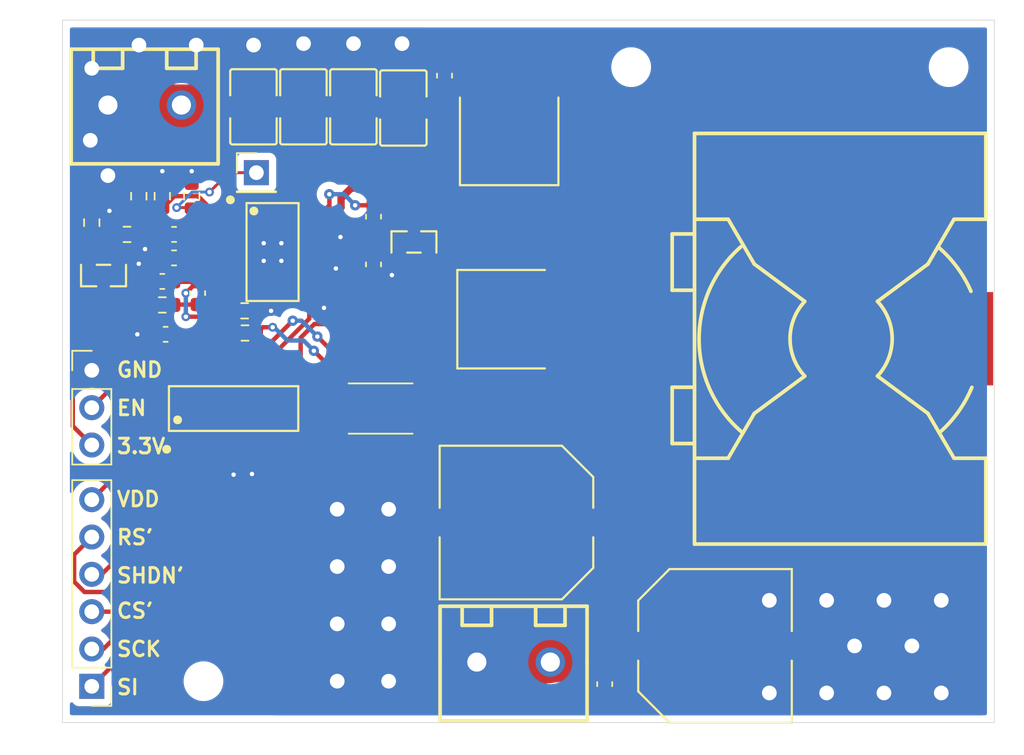
<source format=kicad_pcb>
(kicad_pcb (version 20240108) (generator "pcbnew") (generator_version "8.0")
  (layers (0 "F.Cu" signal) (31 "B.Cu" signal) (34 "B.Paste" user) (35 "F.Paste" user) (36 "B.SilkS" user "B.Silkscreen") (37 "F.SilkS" user "F.Silkscreen") (38 "B.Mask" user) (39 "F.Mask" user) (44 "Edge.Cuts" user))
  (net 0 "")
  (net 1 "Net-(J3-Pin_1)")
  (net 2 "GND")
  (net 3 "Net-(Q1-S)")
  (net 4 "Net-(Q1-G)")
  (net 5 "Net-(Q2-G)")
  (net 9 "Net-(J1-Pin_2)")
  (net 10 "Net-(J1-Pin_1)")
  (net 11 "Net-(J1-Pin_6)")
  (net 12 "Net-(J1-Pin_5)")
  (net 13 "Net-(J1-Pin_3)")
  (net 14 "Net-(J1-Pin_4)")
  (net 15 "Net-(U1-RAMP)")
  (net 16 "16V_OUT")
  (net 17 "/CS2")
  (net 18 "/CS1")
  (net 19 "24V_IN")
  (net 20 "Net-(D1-A)")
  (net 21 "Net-(D1-C)")
  (net 22 "Net-(U1-SS)")
  (net 23 "Net-(C11-Pad1)")
  (net 24 "Net-(U1-COMP)")
  (net 25 "Net-(U1-FB)")
  (net 27 "Net-(J2-Pin_2)")
  (net 28 "+3.3V")
  (net 29 "Net-(Q3-S)")
  (net 30 "Net-(U1-UVLO)")
  (net 31 "/EN")
  (net 33 "/CSG1")
  (footprint "easyeda2kicad:HTSSOP-20_L6.5-W4.4-P0.65-LS6.4-BL-EP" (layer "F.Cu") (at 128.99 83.98 -90)
    (property "Reference" "U1" (hide yes))
    (property "Value" "LM5116MHX")
    (pad "1" smd oval (at -2.93 2.87 270) (size 0.34 1.75) (layers "F.Cu" "F.Paste" "F.Mask") (net 19 "24V_IN"))
    (pad "2" smd oval (at -2.28 2.87 270) (size 0.34 1.75) (layers "F.Cu" "F.Paste" "F.Mask") (net 30 "Net-(U1-UVLO)"))
    (pad "3" smd oval (at -1.63 2.87 270) (size 0.34 1.75) (layers "F.Cu" "F.Paste" "F.Mask") (net 1 "Net-(J3-Pin_1)"))
    (pad "4" smd oval (at -0.98 2.87 270) (size 0.34 1.75) (layers "F.Cu" "F.Paste" "F.Mask") (net 31 "/EN"))
    (pad "5" smd oval (at -0.32 2.87 270) (size 0.34 1.75) (layers "F.Cu" "F.Paste" "F.Mask") (net 15 "Net-(U1-RAMP)"))
    (pad "6" smd oval (at 0.33 2.87 270) (size 0.34 1.75) (layers "F.Cu" "F.Paste" "F.Mask") (net 2 "GND"))
    (pad "7" smd oval (at 0.98 2.87 270) (size 0.34 1.75) (layers "F.Cu" "F.Paste" "F.Mask") (net 22 "Net-(U1-SS)"))
    (pad "8" smd oval (at 1.63 2.87 270) (size 0.34 1.75) (layers "F.Cu" "F.Paste" "F.Mask") (net 25 "Net-(U1-FB)"))
    (pad "9" smd oval (at 2.28 2.87 270) (size 0.34 1.75) (layers "F.Cu" "F.Paste" "F.Mask") (net 24 "Net-(U1-COMP)"))
    (pad "10" smd oval (at 2.93 2.87 270) (size 0.34 1.75) (layers "F.Cu" "F.Paste" "F.Mask") (net 16 "16V_OUT"))
    (pad "11" smd oval (at 2.93 -2.87 270) (size 0.34 1.75) (layers "F.Cu" "F.Paste" "F.Mask") (net 2 "GND"))
    (pad "12" smd oval (at 2.28 -2.87 270) (size 0.34 1.75) (layers "F.Cu" "F.Paste" "F.Mask") (net 18 "/CS1"))
    (pad "13" smd oval (at 1.63 -2.87 270) (size 0.34 1.75) (layers "F.Cu" "F.Paste" "F.Mask") (net 33 "/CSG1"))
    (pad "14" smd oval (at 0.98 -2.87 270) (size 0.34 1.75) (layers "F.Cu" "F.Paste" "F.Mask") (net 2 "GND"))
    (pad "15" smd oval (at 0.33 -2.87 270) (size 0.34 1.75) (layers "F.Cu" "F.Paste" "F.Mask") (net 5 "Net-(Q2-G)"))
    (pad "16" smd oval (at -0.32 -2.87 270) (size 0.34 1.75) (layers "F.Cu" "F.Paste" "F.Mask") (net 20 "Net-(D1-A)"))
    (pad "17" smd oval (at -0.98 -2.87 270) (size 0.34 1.75) (layers "F.Cu" "F.Paste" "F.Mask") (net 2 "GND"))
    (pad "18" smd oval (at -1.63 -2.87 270) (size 0.34 1.75) (layers "F.Cu" "F.Paste" "F.Mask") (net 21 "Net-(D1-C)"))
    (pad "19" smd oval (at -2.28 -2.87 270) (size 0.34 1.75) (layers "F.Cu" "F.Paste" "F.Mask") (net 4 "Net-(Q1-G)"))
    (pad "20" smd oval (at -2.93 -2.87 270) (size 0.34 1.75) (layers "F.Cu" "F.Paste" "F.Mask") (net 3 "Net-(Q1-S)"))
    (pad "21" smd rect (at 0 0 270) (size 4.2 3) (layers "F.Cu" "F.Paste" "F.Mask") (net 2 "GND"))
    (pad "GND" thru_hole circle (at -0.6 -0.6 270) (size 0.61 0.61) (drill 0.3) (layers "*.Cu" "*.Paste" "*.Mask") (net 2 "GND"))
    (pad "GND" thru_hole circle (at -0.6 0.6 270) (size 0.61 0.61) (drill 0.3) (layers "*.Cu" "*.Paste" "*.Mask") (net 2 "GND"))
    (pad "GND" thru_hole circle (at 0.6 -0.6 270) (size 0.61 0.61) (drill 0.3) (layers "*.Cu" "*.Paste" "*.Mask") (net 2 "GND"))
    (pad "GND" thru_hole circle (at 0.6 0.6 270) (size 0.61 0.61) (drill 0.3) (layers "*.Cu" "*.Paste" "*.Mask") (net 2 "GND"))
  )
  (footprint "easyeda2kicad:CONN-TH_WJ126V-5.0-2P" (layer "F.Cu") (at 145.39 111.88 -90)
    (property "Reference" "P2" (hide yes))
    (property "Value" "WJ126V-5.0-2P")
    (pad "1" thru_hole circle (at 0 -2.5 180) (size 2 2) (drill 1.300023) (layers "*.Cu" "*.Mask") (net 16 "16V_OUT"))
    (pad "2" thru_hole circle (at 0 2.5 180) (size 2 2) (drill 1.300023) (layers "*.Cu" "*.Mask") (net 2 "GND"))
  )
  (footprint "Connector_PinHeader_2.54mm:PinHeader_1x03_P2.54mm_Vertical" (layer "F.Cu") (at 116.69 92.03)
    (property "Reference" "J2" (hide yes))
    (property "Value" "Conn_01x03_Pin")
    (pad "1" thru_hole rect (at 0 0) (size 1.7 1.7) (drill 1) (layers "*.Cu" "*.Mask") (net 2 "GND"))
    (pad "2" thru_hole oval (at 0 2.54) (size 1.7 1.7) (drill 1) (layers "*.Cu" "*.Mask") (net 27 "Net-(J2-Pin_2)"))
    (pad "3" thru_hole oval (at 0 5.08) (size 1.7 1.7) (drill 1) (layers "*.Cu" "*.Mask") (net 28 "+3.3V"))
  )
  (footprint "Resistor_SMD:R_0603_1608Metric" (layer "F.Cu") (at 127.115 89.49 180)
    (property "Reference" "R6" (hide yes))
    (property "Value" "14.7k")
    (pad "1" smd roundrect (at -0.825 0 180) (size 0.8 0.95) (layers "F.Cu" "F.Paste" "F.Mask") (net 16 "16V_OUT"))
    (pad "2" smd roundrect (at 0.825 0 180) (size 0.8 0.95) (layers "F.Cu" "F.Paste" "F.Mask") (net 25 "Net-(U1-FB)"))
  )
  (footprint "easyeda2kicad:TO-252-2_L6.6-W6.1-P4.57-LS9.9-BR-CW" (layer "F.Cu") (at 142.94 88.55 180)
    (property "Reference" "Q2" (hide yes))
    (property "Value" "IRFR1205TRPBF-ES")
    (pad "1" smd rect (at 3.42 2.29 180) (size 3 1.6) (layers "F.Cu" "F.Paste" "F.Mask") (net 5 "Net-(Q2-G)"))
    (pad "2" smd rect (at -3.42 0 180) (size 6.2 5.8) (layers "F.Cu" "F.Paste" "F.Mask") (net 3 "Net-(Q1-S)"))
    (pad "3" smd rect (at 3.42 -2.29 180) (size 3 1.6) (layers "F.Cu" "F.Paste" "F.Mask") (net 17 "/CS2"))
  )
  (footprint "easyeda2kicad:SOIC-14_L8.7-W3.9-P1.27-LS6.0-BL" (layer "F.Cu") (at 126.34 94.63)
    (property "Reference" "U2" (hide yes))
    (property "Value" "MCP42010-I/SL")
    (pad "1" smd oval (at -3.81 2.77) (size 0.57 2.04) (layers "F.Cu" "F.Paste" "F.Mask") (net 13 "Net-(J1-Pin_3)"))
    (pad "2" smd oval (at -2.54 2.77) (size 0.57 2.04) (layers "F.Cu" "F.Paste" "F.Mask") (net 9 "Net-(J1-Pin_2)"))
    (pad "3" smd oval (at -1.27 2.77) (size 0.57 2.04) (layers "F.Cu" "F.Paste" "F.Mask") (net 10 "Net-(J1-Pin_1)"))
    (pad "4" smd oval (at 0 2.77) (size 0.57 2.04) (layers "F.Cu" "F.Paste" "F.Mask") (net 2 "GND"))
    (pad "5" smd oval (at 1.27 2.77) (size 0.57 2.04) (layers "F.Cu" "F.Paste" "F.Mask") (net 2 "GND"))
    (pad "6" smd oval (at 2.54 2.77) (size 0.57 2.04) (layers "F.Cu" "F.Paste" "F.Mask") (net 33 "/CSG1"))
    (pad "7" smd oval (at 3.81 2.77) (size 0.57 2.04) (layers "F.Cu" "F.Paste" "F.Mask"))
    (pad "8" smd oval (at 3.81 -2.77) (size 0.57 2.04) (layers "F.Cu" "F.Paste" "F.Mask"))
    (pad "9" smd oval (at 2.54 -2.77) (size 0.57 2.04) (layers "F.Cu" "F.Paste" "F.Mask") (net 18 "/CS1"))
    (pad "10" smd oval (at 1.27 -2.77) (size 0.57 2.04) (layers "F.Cu" "F.Paste" "F.Mask") (net 17 "/CS2"))
    (pad "11" smd oval (at 0 -2.77) (size 0.57 2.04) (layers "F.Cu" "F.Paste" "F.Mask") (net 12 "Net-(J1-Pin_5)"))
    (pad "12" smd oval (at -1.27 -2.77) (size 0.57 2.04) (layers "F.Cu" "F.Paste" "F.Mask") (net 14 "Net-(J1-Pin_4)"))
    (pad "13" smd oval (at -2.54 -2.77) (size 0.57 2.04) (layers "F.Cu" "F.Paste" "F.Mask"))
    (pad "14" smd oval (at -3.81 -2.77) (size 0.57 2.04) (layers "F.Cu" "F.Paste" "F.Mask") (net 11 "Net-(J1-Pin_6)"))
  )
  (footprint "MountingHole:MountingHole_2.2mm_M2" (layer "F.Cu") (at 153.39 71.4)
    (property "Reference" "H2" (hide yes))
    (property "Value" "MountingHole")
    (pad "" np_thru_hole circle (at 0 0) (size 2.2 2.2) (drill 2.2) (layers "*.Cu" "*.Mask"))
  )
  (footprint "easyeda2kicad:IND-SMD_3P-L27.9-W19.7-P10.43-LS27.9-BL-A" (layer "F.Cu") (at 164.34 89.88 -90)
    (property "Reference" "L1" (hide yes))
    (property "Value" "FC-SE2918-220M")
    (pad "1" smd rect (at -5.22 11.04 270) (size 5.33 5.59) (layers "F.Cu" "F.Paste" "F.Mask") (net 3 "Net-(Q1-S)"))
    (pad "2" smd rect (at 5.22 11.04 270) (size 5.33 5.59) (layers "F.Cu" "F.Paste" "F.Mask") (net 16 "16V_OUT"))
    (pad "3" smd rect (at 0 -11.04 270) (size 6.35 5.28) (layers "F.Cu" "F.Paste" "F.Mask"))
  )
  (footprint "Capacitor_SMD:C_0603_1608Metric" (layer "F.Cu") (at 122.29 82.78 180)
    (property "Reference" "C1" (hide yes))
    (property "Value" "500p")
    (pad "1" smd roundrect (at -0.775 0 180) (size 0.9 0.95) (layers "F.Cu" "F.Paste" "F.Mask") (net 15 "Net-(U1-RAMP)"))
    (pad "2" smd roundrect (at 0.775 0 180) (size 0.9 0.95) (layers "F.Cu" "F.Paste" "F.Mask") (net 2 "GND"))
  )
  (footprint "Capacitor_SMD:C_0603_1608Metric" (layer "F.Cu") (at 135.86 84.825 90)
    (property "Reference" "C8" (hide yes))
    (property "Value" "1u")
    (pad "1" smd roundrect (at -0.775 0 90) (size 0.9 0.95) (layers "F.Cu" "F.Paste" "F.Mask") (net 2 "GND"))
    (pad "2" smd roundrect (at 0.775 0 90) (size 0.9 0.95) (layers "F.Cu" "F.Paste" "F.Mask") (net 20 "Net-(D1-A)"))
  )
  (footprint "MountingHole:MountingHole_2.2mm_M2" (layer "F.Cu") (at 174.99 71.4)
    (property "Reference" "H1" (hide yes))
    (property "Value" "MountingHole")
    (pad "" np_thru_hole circle (at 0 0) (size 2.2 2.2) (drill 2.2) (layers "*.Cu" "*.Mask"))
  )
  (footprint "Capacitor_SMD:C_0603_1608Metric" (layer "F.Cu") (at 121.49 85.98)
    (property "Reference" "C11" (hide yes))
    (property "Value" "1.3n")
    (pad "1" smd roundrect (at -0.775 0) (size 0.9 0.95) (layers "F.Cu" "F.Paste" "F.Mask") (net 23 "Net-(C11-Pad1)"))
    (pad "2" smd roundrect (at 0.775 0) (size 0.9 0.95) (layers "F.Cu" "F.Paste" "F.Mask") (net 25 "Net-(U1-FB)"))
  )
  (footprint "Capacitor_SMD:C_0603_1608Metric" (layer "F.Cu") (at 135.86 81.575 90)
    (property "Reference" "C9" (hide yes))
    (property "Value" "470n")
    (pad "1" smd roundrect (at -0.775 0 90) (size 0.9 0.95) (layers "F.Cu" "F.Paste" "F.Mask") (net 21 "Net-(D1-C)"))
    (pad "2" smd roundrect (at 0.775 0 90) (size 0.9 0.95) (layers "F.Cu" "F.Paste" "F.Mask") (net 3 "Net-(Q1-S)"))
  )
  (footprint "Capacitor_SMD:C_0603_1608Metric" (layer "F.Cu") (at 151.59 113.38 -90)
    (property "Reference" "C14" (hide yes))
    (property "Value" "100n")
    (pad "1" smd roundrect (at -0.775 0 270) (size 0.9 0.95) (layers "F.Cu" "F.Paste" "F.Mask") (net 16 "16V_OUT"))
    (pad "2" smd roundrect (at 0.775 0 270) (size 0.9 0.95) (layers "F.Cu" "F.Paste" "F.Mask") (net 2 "GND"))
  )
  (footprint "Resistor_SMD:R_0603_1608Metric" (layer "F.Cu") (at 116.69 81.98 -90)
    (property "Reference" "R9" (hide yes))
    (property "Value" "102k")
    (pad "1" smd roundrect (at -0.825 0 270) (size 0.8 0.95) (layers "F.Cu" "F.Paste" "F.Mask") (net 2 "GND"))
    (pad "2" smd roundrect (at 0.825 0 270) (size 0.8 0.95) (layers "F.Cu" "F.Paste" "F.Mask") (net 29 "Net-(Q3-S)"))
  )
  (footprint "Capacitor_SMD:C_0603_1608Metric" (layer "F.Cu") (at 140.69 71.98 90)
    (property "Reference" "C13" (hide yes))
    (property "Value" "100n")
    (pad "1" smd roundrect (at -0.775 0 90) (size 0.9 0.95) (layers "F.Cu" "F.Paste" "F.Mask") (net 19 "24V_IN"))
    (pad "2" smd roundrect (at 0.775 0 90) (size 0.9 0.95) (layers "F.Cu" "F.Paste" "F.Mask") (net 2 "GND"))
  )
  (footprint "Resistor_SMD:R_2512_6332Metric" (layer "F.Cu") (at 136.34 94.63 180)
    (property "Reference" "R2" (hide yes))
    (property "Value" "28m")
    (pad "1" smd roundrect (at -2.9625 0 180) (size 1.225 3.35) (layers "F.Cu" "F.Paste" "F.Mask") (roundrect_rratio 0.204082) (net 17 "/CS2"))
    (pad "2" smd roundrect (at 2.9625 0 180) (size 1.225 3.35) (layers "F.Cu" "F.Paste" "F.Mask") (roundrect_rratio 0.204082) (net 2 "GND"))
  )
  (footprint "easyeda2kicad:CAP-SMD_BD10.0-L10.3-W10.3-LS11.3-FD" (layer "F.Cu") (at 159.09 110.78)
    (property "Reference" "C2" (hide yes))
    (property "Value" "HV1H227M1010PZ")
    (pad "1" smd rect (at -4.5 0) (size 4.5 1.65) (layers "F.Cu" "F.Paste" "F.Mask") (net 16 "16V_OUT"))
    (pad "2" smd rect (at 4.5 0) (size 4.5 1.65) (layers "F.Cu" "F.Paste" "F.Mask") (net 2 "GND"))
  )
  (footprint "Resistor_SMD:R_0603_1608Metric" (layer "F.Cu") (at 121.49 87.58 180)
    (property "Reference" "R5" (hide yes))
    (property "Value" "69k")
    (pad "1" smd roundrect (at -0.825 0 180) (size 0.8 0.95) (layers "F.Cu" "F.Paste" "F.Mask") (net 24 "Net-(U1-COMP)"))
    (pad "2" smd roundrect (at 0.825 0 180) (size 0.8 0.95) (layers "F.Cu" "F.Paste" "F.Mask") (net 23 "Net-(C11-Pad1)"))
  )
  (footprint "Resistor_SMD:R_0603_1608Metric" (layer "F.Cu") (at 121.49 80.18 90)
    (property "Reference" "R4" (hide yes))
    (property "Value" "11k")
    (pad "1" smd roundrect (at -0.825 0 90) (size 0.8 0.95) (layers "F.Cu" "F.Paste" "F.Mask") (net 30 "Net-(U1-UVLO)"))
    (pad "2" smd roundrect (at 0.825 0 90) (size 0.8 0.95) (layers "F.Cu" "F.Paste" "F.Mask") (net 2 "GND"))
  )
  (footprint "Resistor_SMD:R_0603_1608Metric" (layer "F.Cu") (at 119.89 80.18 -90)
    (property "Reference" "R3" (hide yes))
    (property "Value" "102k")
    (pad "1" smd roundrect (at -0.825 0 270) (size 0.8 0.95) (layers "F.Cu" "F.Paste" "F.Mask") (net 19 "24V_IN"))
    (pad "2" smd roundrect (at 0.825 0 270) (size 0.8 0.95) (layers "F.Cu" "F.Paste" "F.Mask") (net 30 "Net-(U1-UVLO)"))
  )
  (footprint "easyeda2kicad:TO-252-2_L6.6-W6.1-P4.57-LS9.9-BR-CW" (layer "F.Cu") (at 145.09 78.05 -90)
    (property "Reference" "Q1" (hide yes))
    (property "Value" "IRFR1205TRPBF-ES")
    (pad "1" smd rect (at 3.42 2.29 270) (size 3 1.6) (layers "F.Cu" "F.Paste" "F.Mask") (net 4 "Net-(Q1-G)"))
    (pad "2" smd rect (at -3.42 0 270) (size 6.2 5.8) (layers "F.Cu" "F.Paste" "F.Mask") (net 19 "24V_IN"))
    (pad "3" smd rect (at 3.42 -2.29 270) (size 3 1.6) (layers "F.Cu" "F.Paste" "F.Mask") (net 3 "Net-(Q1-S)"))
  )
  (footprint "easyeda2kicad:CAP-SMD_BD10.0-L10.3-W10.3-LS11.3-FD" (layer "F.Cu") (at 145.59 102.38 180)
    (property "Reference" "C3" (hide yes))
    (property "Value" "HV1H227M1010PZ")
    (pad "1" smd rect (at -4.5 0 180) (size 4.5 1.65) (layers "F.Cu" "F.Paste" "F.Mask") (net 16 "16V_OUT"))
    (pad "2" smd rect (at 4.5 0 180) (size 4.5 1.65) (layers "F.Cu" "F.Paste" "F.Mask") (net 2 "GND"))
  )
  (footprint "easyeda2kicad:C1210" (layer "F.Cu") (at 137.89 74.18 90)
    (property "Reference" "C4" (hide yes))
    (property "Value" "FS32X225K101EGG")
    (pad "1" smd rect (at -1.52 0 90) (size 1.63 2.7) (layers "F.Cu" "F.Paste" "F.Mask") (net 19 "24V_IN"))
    (pad "2" smd rect (at 1.52 0 90) (size 1.63 2.7) (layers "F.Cu" "F.Paste" "F.Mask") (net 2 "GND"))
  )
  (footprint "Connector_PinHeader_2.54mm:PinHeader_1x06_P2.54mm_Vertical" (layer "F.Cu") (at 116.69 113.53 180)
    (property "Reference" "J1" (hide yes))
    (property "Value" "Conn_01x06_Pin")
    (pad "1" thru_hole rect (at 0 0 180) (size 1.7 1.7) (drill 1) (layers "*.Cu" "*.Mask") (net 10 "Net-(J1-Pin_1)"))
    (pad "2" thru_hole oval (at 0 2.54 180) (size 1.7 1.7) (drill 1) (layers "*.Cu" "*.Mask") (net 9 "Net-(J1-Pin_2)"))
    (pad "3" thru_hole oval (at 0 5.08 180) (size 1.7 1.7) (drill 1) (layers "*.Cu" "*.Mask") (net 13 "Net-(J1-Pin_3)"))
    (pad "4" thru_hole oval (at 0 7.62 180) (size 1.7 1.7) (drill 1) (layers "*.Cu" "*.Mask") (net 14 "Net-(J1-Pin_4)"))
    (pad "5" thru_hole oval (at 0 10.16 180) (size 1.7 1.7) (drill 1) (layers "*.Cu" "*.Mask") (net 12 "Net-(J1-Pin_5)"))
    (pad "6" thru_hole oval (at 0 12.7 180) (size 1.7 1.7) (drill 1) (layers "*.Cu" "*.Mask") (net 11 "Net-(J1-Pin_6)"))
  )
  (footprint "easyeda2kicad:SOT-23-3_L2.9-W1.3-P1.90-LS2.4-BL-1" (layer "F.Cu") (at 138.61 83.3)
    (property "Reference" "D1" (hide yes))
    (property "Value" "BAS20LT1G")
    (pad "1" smd rect (at -0.95 1 270) (size 1.25 0.7) (layers "F.Cu" "F.Paste" "F.Mask") (net 20 "Net-(D1-A)"))
    (pad "2" smd rect (at 0.95 1 270) (size 1.25 0.7) (layers "F.Cu" "F.Paste" "F.Mask"))
    (pad "3" smd rect (at 0 -1 270) (size 1.25 0.7) (layers "F.Cu" "F.Paste" "F.Mask") (net 21 "Net-(D1-C)"))
  )
  (footprint "easyeda2kicad:C1210" (layer "F.Cu") (at 127.69 74.1 90)
    (property "Reference" "C7" (hide yes))
    (property "Value" "FS32X225K101EGG")
    (pad "1" smd rect (at -1.52 0 90) (size 1.63 2.7) (layers "F.Cu" "F.Paste" "F.Mask") (net 19 "24V_IN"))
    (pad "2" smd rect (at 1.52 0 90) (size 1.63 2.7) (layers "F.Cu" "F.Paste" "F.Mask") (net 2 "GND"))
  )
  (footprint "Capacitor_SMD:C_0603_1608Metric" (layer "F.Cu") (at 122.29 84.38 180)
    (property "Reference" "C10" (hide yes))
    (property "Value" "33n")
    (pad "1" smd roundrect (at -0.775 0 180) (size 0.9 0.95) (layers "F.Cu" "F.Paste" "F.Mask") (net 22 "Net-(U1-SS)"))
    (pad "2" smd roundrect (at 0.775 0 180) (size 0.9 0.95) (layers "F.Cu" "F.Paste" "F.Mask") (net 2 "GND"))
  )
  (footprint "Connector_PinHeader_2.54mm:PinHeader_1x01_P2.54mm_Vertical" (layer "F.Cu") (at 127.89 78.58)
    (property "Reference" "J3" (hide yes))
    (property "Value" "Conn_01x01_Pin")
    (pad "1" thru_hole rect (at 0 0) (size 1.7 1.7) (drill 1) (layers "*.Cu" "*.Mask") (net 1 "Net-(J3-Pin_1)"))
  )
  (footprint "easyeda2kicad:CONN-TH_WJ126V-5.0-2P" (layer "F.Cu") (at 120.29 73.98 -90)
    (property "Reference" "P1" (hide yes))
    (property "Value" "WJ126V-5.0-2P")
    (pad "1" thru_hole circle (at 0 -2.5 180) (size 2 2) (drill 1.300023) (layers "*.Cu" "*.Mask") (net 19 "24V_IN"))
    (pad "2" thru_hole circle (at 0 2.5 180) (size 2 2) (drill 1.300023) (layers "*.Cu" "*.Mask") (net 2 "GND"))
  )
  (footprint "Resistor_SMD:R_0603_1608Metric" (layer "F.Cu") (at 123.49 80.18 90)
    (property "Reference" "R1" (hide yes))
    (property "Value" "18.4k")
    (pad "1" smd roundrect (at -0.825 0 90) (size 0.8 0.95) (layers "F.Cu" "F.Paste" "F.Mask") (net 1 "Net-(J3-Pin_1)"))
    (pad "2" smd roundrect (at 0.825 0 90) (size 0.8 0.95) (layers "F.Cu" "F.Paste" "F.Mask") (net 2 "GND"))
  )
  (footprint "easyeda2kicad:C1210" (layer "F.Cu") (at 134.49 74.1 90)
    (property "Reference" "C5" (hide yes))
    (property "Value" "FS32X225K101EGG")
    (pad "1" smd rect (at -1.52 0 90) (size 1.63 2.7) (layers "F.Cu" "F.Paste" "F.Mask") (net 19 "24V_IN"))
    (pad "2" smd rect (at 1.52 0 90) (size 1.63 2.7) (layers "F.Cu" "F.Paste" "F.Mask") (net 2 "GND"))
  )
  (footprint "easyeda2kicad:SOT-23-3_L2.9-W1.3-P1.90-LS2.4-BR" (layer "F.Cu") (at 117.49 85.58 90)
    (property "Reference" "Q3" (hide yes))
    (property "Value" "2N7002K_C414015")
    (pad "1" smd rect (at 1 0.95 90) (size 1.25 0.7) (layers "F.Cu" "F.Paste" "F.Mask") (net 27 "Net-(J2-Pin_2)"))
    (pad "2" smd rect (at 1 -0.95 90) (size 1.25 0.7) (layers "F.Cu" "F.Paste" "F.Mask") (net 29 "Net-(Q3-S)"))
    (pad "3" smd rect (at -1 0 90) (size 1.25 0.7) (layers "F.Cu" "F.Paste" "F.Mask") (net 28 "+3.3V"))
  )
  (footprint "Resistor_SMD:R_0603_1608Metric" (layer "F.Cu") (at 119.09 82.78 180)
    (property "Reference" "R8" (hide yes))
    (property "Value" "102k")
    (pad "1" smd roundrect (at -0.825 0 180) (size 0.8 0.95) (layers "F.Cu" "F.Paste" "F.Mask") (net 31 "/EN"))
    (pad "2" smd roundrect (at 0.825 0 180) (size 0.8 0.95) (layers "F.Cu" "F.Paste" "F.Mask") (net 29 "Net-(Q3-S)"))
  )
  (footprint "Capacitor_SMD:C_0603_1608Metric" (layer "F.Cu") (at 121.715 89.58 180)
    (property "Reference" "C15" (hide yes))
    (property "Value" "100n")
    (pad "1" smd roundrect (at -0.775 0 180) (size 0.9 0.95) (layers "F.Cu" "F.Paste" "F.Mask") (net 11 "Net-(J1-Pin_6)"))
    (pad "2" smd roundrect (at 0.775 0 180) (size 0.9 0.95) (layers "F.Cu" "F.Paste" "F.Mask") (net 2 "GND"))
  )
  (footprint "easyeda2kicad:C1210" (layer "F.Cu") (at 131.09 74.1 90)
    (property "Reference" "C6" (hide yes))
    (property "Value" "FS32X225K101EGG")
    (pad "1" smd rect (at -1.52 0 90) (size 1.63 2.7) (layers "F.Cu" "F.Paste" "F.Mask") (net 19 "24V_IN"))
    (pad "2" smd rect (at 1.52 0 90) (size 1.63 2.7) (layers "F.Cu" "F.Paste" "F.Mask") (net 2 "GND"))
  )
  (footprint "Capacitor_SMD:C_0603_1608Metric" (layer "F.Cu") (at 123.89 86.78 90)
    (property "Reference" "C12" (hide yes))
    (property "Value" "27p")
    (pad "1" smd roundrect (at -0.775 0 90) (size 0.9 0.95) (layers "F.Cu" "F.Paste" "F.Mask") (net 24 "Net-(U1-COMP)"))
    (pad "2" smd roundrect (at 0.775 0 90) (size 0.9 0.95) (layers "F.Cu" "F.Paste" "F.Mask") (net 25 "Net-(U1-FB)"))
  )
  (footprint "Resistor_SMD:R_0603_1608Metric" (layer "F.Cu") (at 127.09 87.98)
    (property "Reference" "R7" (hide yes))
    (property "Value" "1.21k")
    (pad "1" smd roundrect (at -0.825 0) (size 0.8 0.95) (layers "F.Cu" "F.Paste" "F.Mask") (net 25 "Net-(U1-FB)"))
    (pad "2" smd roundrect (at 0.825 0) (size 0.8 0.95) (layers "F.Cu" "F.Paste" "F.Mask") (net 2 "GND"))
  )
  (footprint "MountingHole:MountingHole_2.2mm_M2" (layer "F.Cu") (at 124.29 113.18)
    (property "Reference" "H3" (hide yes))
    (property "Value" "MountingHole")
    (pad "" np_thru_hole circle (at 0 0) (size 2.2 2.2) (drill 2.2) (layers "*.Cu" "*.Mask"))
  )
  (gr_rect (start 114.7 68.2) (end 178.1 116) (stroke (width 0.05)) (fill none) (layer "Edge.Cuts"))
  (gr_text "SHDN'" (at 118.29 106.58 0) (layer "F.SilkS") (effects (font (size 1 1) (thickness 0.2) (bold yes)) (justify left bottom)))
  (gr_text "SI" (at 118.29 114.18 0) (layer "F.SilkS") (effects (font (size 1 1) (thickness 0.2) (bold yes)) (justify left bottom)))
  (gr_text "EN" (at 118.29 95.18 0) (layer "F.SilkS") (effects (font (size 1 1) (thickness 0.2) (bold yes)) (justify left bottom)))
  (gr_text "3.3V" (at 118.29 97.78 0) (layer "F.SilkS") (effects (font (size 1 1) (thickness 0.2) (bold yes)) (justify left bottom)))
  (gr_text "GND" (at 118.29 92.58 0) (layer "F.SilkS") (effects (font (size 1 1) (thickness 0.2) (bold yes)) (justify left bottom)))
  (gr_text "RS'" (at 118.29 103.98 0) (layer "F.SilkS") (effects (font (size 1 1) (thickness 0.2) (bold yes)) (justify left bottom)))
  (gr_text "CS'" (at 118.29 108.98 0) (layer "F.SilkS") (effects (font (size 1 1) (thickness 0.2) (bold yes)) (justify left bottom)))
  (gr_text "SCK" (at 118.29 111.58 0) (layer "F.SilkS") (effects (font (size 1 1) (thickness 0.2) (bold yes)) (justify left bottom)))
  (gr_text "VDD" (at 118.29 101.38 0) (layer "F.SilkS") (effects (font (size 1 1) (thickness 0.2) (bold yes)) (justify left bottom)))
  (segment (start 127.89 78.58) (end 126.02 78.58) (width 0.2) (layer "F.Cu") (net 1))
  (segment (start 123.529212 81.005) (end 123.49 81.005) (width 0.3) (layer "F.Cu") (net 1))
  (segment (start 122.465 80.95712) (end 123.44212 80.95712) (width 0.2) (layer "F.Cu") (net 1))
  (segment (start 123.44212 80.95712) (end 123.49 81.005) (width 0.2) (layer "F.Cu") (net 1))
  (segment (start 126.02 78.58) (end 124.7 79.9) (width 0.2) (layer "F.Cu") (net 1))
  (segment (start 126.12 82.35) (end 124.874212 82.35) (width 0.3) (layer "F.Cu") (net 1))
  (segment (start 124.874212 82.35) (end 123.529212 81.005) (width 0.3) (layer "F.Cu") (net 1))
  (via (at 122.465 80.95712) (size 0.6) (drill 0.3) (layers "F.Cu" "B.Cu") (net 1))
  (via (at 124.7 79.9) (size 0.6) (drill 0.3) (layers "F.Cu" "B.Cu") (net 1))
  (segment (start 124.7 79.9) (end 123.52212 79.9) (width 0.2) (layer "B.Cu") (net 1))
  (segment (start 123.52212 79.9) (end 122.465 80.95712) (width 0.2) (layer "B.Cu") (net 1))
  (segment (start 116.69 81.155) (end 117.865 81.155) (width 0.3) (layer "F.Cu") (net 2))
  (segment (start 135.86 85.6) (end 137.06 85.6) (width 0.5) (layer "F.Cu") (net 2))
  (segment (start 119.89 84.78) (end 120.09 84.58) (width 0.3) (layer "F.Cu") (net 2))
  (segment (start 126.12 84.31) (end 128.12 84.31) (width 0.3) (layer "F.Cu") (net 2))
  (segment (start 126.34 97.4) (end 126.34 99.13) (width 0.3) (layer "F.Cu") (net 2))
  (segment (start 128.99 83.98) (end 129.36 84.46) (width 0.3) (layer "F.Cu") (net 2))
  (segment (start 120.315 83.78) (end 121.315 82.78) (width 0.3) (layer "F.Cu") (net 2))
  (segment (start 129.365 84.455) (end 128.99 83.98) (width 0.3) (layer "F.Cu") (net 2))
  (segment (start 121.315 82.78) (end 121.515 82.78) (width 0.3) (layer "F.Cu") (net 2))
  (segment (start 123.49 79.355) (end 123.49 78.48) (width 0.3) (layer "F.Cu") (net 2))
  (segment (start 127.61 97.4) (end 127.61 99.06) (width 0.3) (layer "F.Cu") (net 2))
  (segment (start 120.09 84.58) (end 121.465 84.58) (width 0.3) (layer "F.Cu") (net 2))
  (segment (start 137.06 85.6) (end 137.11 85.55) (width 0.5) (layer "F.Cu") (net 2))
  (segment (start 131.86 83) (end 133.57 83) (width 0.3) (layer "F.Cu") (net 2))
  (segment (start 127.915 87.98) (end 128.89 87.98) (width 0.3) (layer "F.Cu") (net 2))
  (segment (start 139.345 71.205) (end 137.89 72.66) (width 0.5) (layer "F.Cu") (net 2))
  (segment (start 127.61 97.4) (end 127.61 98.135) (width 0.3) (layer "F.Cu") (net 2))
  (segment (start 133.57 83) (end 133.61 82.96) (width 0.3) (layer "F.Cu") (net 2))
  (segment (start 121.49 79.355) (end 121.49 78.48) (width 0.3) (layer "F.Cu") (net 2))
  (segment (start 128.12 84.31) (end 128.39 84.58) (width 0.3) (layer "F.Cu") (net 2))
  (segment (start 127.61 99.06) (end 127.59 99.08) (width 0.3) (layer "F.Cu") (net 2))
  (segment (start 133.16 84.96) (end 133.3 85.1) (width 0.3) (layer "F.Cu") (net 2))
  (segment (start 132.49 87.78) (end 132.29 87.78) (width 0.3) (layer "F.Cu") (net 2))
  (segment (start 121.465 84.58) (end 121.515 84.53) (width 0.3) (layer "F.Cu") (net 2))
  (segment (start 120.94 89.58) (end 119.79 89.58) (width 0.3) (layer "F.Cu") (net 2))
  (segment (start 131.86 87.35) (end 131.86 86.91) (width 0.3) (layer "F.Cu") (net 2))
  (segment (start 131.86 84.96) (end 133.16 84.96) (width 0.3) (layer "F.Cu") (net 2))
  (segment (start 132.29 87.78) (end 131.86 87.35) (width 0.3) (layer "F.Cu") (net 2))
  (segment (start 140.69 71.205) (end 139.345 71.205) (width 0.5) (layer "F.Cu") (net 2))
  (segment (start 117.865 81.155) (end 117.89 81.18) (width 0.3) (layer "F.Cu") (net 2))
  (via (at 136.89 101.48) (size 2) (drill 1) (layers "F.Cu" "B.Cu") (net 2))
  (via (at 132.49 87.78) (size 0.7) (drill 0.3) (layers "F.Cu" "B.Cu") (net 2))
  (via (at 126.34 99.13) (size 0.7) (drill 0.3) (layers "F.Cu" "B.Cu") (net 2))
  (via (at 131.1 69.8) (size 2) (drill 1) (layers "F.Cu" "B.Cu") (net 2))
  (via (at 166.69 107.68) (size 2) (drill 1) (layers "F.Cu" "B.Cu") (net 2))
  (via (at 174.49 107.68) (size 2) (drill 1) (layers "F.Cu" "B.Cu") (net 2))
  (via (at 174.49 113.98) (size 2) (drill 1) (layers "F.Cu" "B.Cu") (net 2))
  (via (at 119.79 89.58) (size 0.7) (drill 0.3) (layers "F.Cu" "B.Cu") (net 2))
  (via (at 119.9 69.9) (size 2) (drill 1) (layers "F.Cu" "B.Cu") (net 2))
  (via (at 168.59 110.78) (size 2) (drill 1) (layers "F.Cu" "B.Cu") (net 2))
  (via (at 120.315 83.78) (size 0.7) (drill 0.3) (layers "F.Cu" "B.Cu") (net 2))
  (via (at 170.59 113.98) (size 2) (drill 1) (layers "F.Cu" "B.Cu") (net 2))
  (via (at 133.61 82.96) (size 0.7) (drill 0.3) (layers "F.Cu" "B.Cu") (net 2))
  (via (at 128.89 87.98) (size 0.7) (drill 0.3) (layers "F.Cu" "B.Cu") (net 2))
  (via (at 162.79 113.98) (size 2) (drill 1) (layers "F.Cu" "B.Cu") (net 2))
  (via (at 121.49 78.48) (size 0.7) (drill 0.3) (layers "F.Cu" "B.Cu") (net 2))
  (via (at 116.59 76.38) (size 2) (drill 1) (layers "F.Cu" "B.Cu") (net 2))
  (via (at 119.89 84.78) (size 0.7) (drill 0.3) (layers "F.Cu" "B.Cu") (net 2))
  (via (at 123.49 78.48) (size 0.7) (drill 0.3) (layers "F.Cu" "B.Cu") (net 2))
  (via (at 117.79 78.78) (size 2) (drill 1) (layers "F.Cu" "B.Cu") (net 2))
  (via (at 137.8 69.8) (size 2) (drill 1) (layers "F.Cu" "B.Cu") (net 2))
  (via (at 136.89 105.38) (size 2) (drill 1) (layers "F.Cu" "B.Cu") (net 2))
  (via (at 116.69 71.48) (size 2) (drill 1) (layers "F.Cu" "B.Cu") (net 2))
  (via (at 133.39 101.48) (size 2) (drill 1) (layers "F.Cu" "B.Cu") (net 2))
  (via (at 162.79 107.68) (size 2) (drill 1) (layers "F.Cu" "B.Cu") (net 2))
  (via (at 117.89 81.18) (size 0.7) (drill 0.3) (layers "F.Cu" "B.Cu") (net 2))
  (via (at 133.39 105.38) (size 2) (drill 1) (layers "F.Cu" "B.Cu") (net 2))
  (via (at 172.49 110.78) (size 2) (drill 1) (layers "F.Cu" "B.Cu") (net 2))
  (via (at 137.11 85.55) (size 0.7) (drill 0.3) (layers "F.Cu" "B.Cu") (net 2))
  (via (at 133.39 113.18) (size 2) (drill 1) (layers "F.Cu" "B.Cu") (net 2))
  (via (at 136.89 109.28) (size 2) (drill 1) (layers "F.Cu" "B.Cu") (net 2))
  (via (at 127.7 69.9) (size 2) (drill 1) (layers "F.Cu" "B.Cu") (net 2))
  (via (at 133.39 109.28) (size 2) (drill 1) (layers "F.Cu" "B.Cu") (net 2))
  (via (at 123.8 69.9) (size 2) (drill 1) (layers "F.Cu" "B.Cu") (net 2))
  (via (at 170.59 107.68) (size 2) (drill 1) (layers "F.Cu" "B.Cu") (net 2))
  (via (at 133.3 85.1) (size 0.6) (drill 0.3) (layers "F.Cu" "B.Cu") (net 2))
  (via (at 134.5 69.8) (size 2) (drill 1) (layers "F.Cu" "B.Cu") (net 2))
  (via (at 136.89 113.18) (size 2) (drill 1) (layers "F.Cu" "B.Cu") (net 2))
  (via (at 166.69 113.98) (size 2) (drill 1) (layers "F.Cu" "B.Cu") (net 2))
  (via (at 127.59 99.08) (size 0.7) (drill 0.3) (layers "F.Cu" "B.Cu") (net 2))
  (segment (start 134.61 80.8) (end 135.86 80.8) (width 0.3) (layer "F.Cu") (net 3))
  (segment (start 132.86 80.55) (end 132.86 80.055965) (width 0.3) (layer "F.Cu") (net 3))
  (segment (start 135.86 80.8) (end 139 80.8) (width 0.5) (layer "F.Cu") (net 3))
  (segment (start 132.86 80.8) (end 132.86 80.55) (width 0.3) (layer "F.Cu") (net 3))
  (segment (start 139 80.8) (end 142.1 83.9) (width 0.5) (layer "F.Cu") (net 3))
  (segment (start 132.61 81.05) (end 132.86 80.8) (width 0.3) (layer "F.Cu") (net 3))
  (segment (start 132.86 80.055965) (end 132.851053 80.047018) (width 0.3) (layer "F.Cu") (net 3))
  (segment (start 142.1 83.9) (end 144.95 83.9) (width 0.5) (layer "F.Cu") (net 3))
  (segment (start 144.95 83.9) (end 147.38 81.47) (width 0.5) (layer "F.Cu") (net 3))
  (segment (start 131.86 81.05) (end 132.61 81.05) (width 0.3) (layer "F.Cu") (net 3))
  (via (at 132.851053 80.047018) (size 0.7) (drill 0.3) (layers "F.Cu" "B.Cu") (net 3))
  (via (at 134.61 80.8) (size 0.7) (drill 0.3) (layers "F.Cu" "B.Cu") (net 3))
  (segment (start 132.851053 80.047018) (end 133.857018 80.047018) (width 0.3) (layer "B.Cu") (net 3))
  (segment (start 133.857018 80.047018) (end 134.61 80.8) (width 0.3) (layer "B.Cu") (net 3))
  (segment (start 140.96 79.63) (end 142.8 81.47) (width 0.5) (layer "F.Cu") (net 4))
  (segment (start 131.86 81.7) (end 132.895 81.7) (width 0.5) (layer "F.Cu") (net 4))
  (segment (start 133.651053 80.943947) (end 133.651053 80.318947) (width 0.5) (layer "F.Cu") (net 4))
  (segment (start 132.895 81.7) (end 133.651053 80.943947) (width 0.5) (layer "F.Cu") (net 4))
  (segment (start 133.651053 80.318947) (end 134.34 79.63) (width 0.5) (layer "F.Cu") (net 4))
  (segment (start 134.34 79.63) (end 140.96 79.63) (width 0.5) (layer "F.Cu") (net 4))
  (segment (start 139.15 86.63) (end 139.52 86.26) (width 0.5) (layer "F.Cu") (net 5))
  (segment (start 134.27 84.31) (end 134.59 84.63) (width 0.5) (layer "F.Cu") (net 5))
  (segment (start 134.59 86.38) (end 134.84 86.63) (width 0.5) (layer "F.Cu") (net 5))
  (segment (start 134.59 84.63) (end 134.59 86.38) (width 0.5) (layer "F.Cu") (net 5))
  (segment (start 131.86 84.31) (end 134.27 84.31) (width 0.5) (layer "F.Cu") (net 5))
  (segment (start 134.84 86.63) (end 139.15 86.63) (width 0.5) (layer "F.Cu") (net 5))
  (segment (start 117.48 110.99) (end 123.8 104.67) (width 0.3) (layer "F.Cu") (net 9))
  (segment (start 123.8 104.67) (end 123.8 97.4) (width 0.3) (layer "F.Cu") (net 9))
  (segment (start 116.69 110.99) (end 117.48 110.99) (width 0.3) (layer "F.Cu") (net 9))
  (segment (start 125.07 105.15) (end 125.07 97.4) (width 0.3) (layer "F.Cu") (net 10))
  (segment (start 116.69 113.53) (end 125.07 105.15) (width 0.3) (layer "F.Cu") (net 10))
  (segment (start 122.49 91.82) (end 122.53 91.86) (width 0.3) (layer "F.Cu") (net 11))
  (segment (start 118.69 93.78) (end 120.61 91.86) (width 0.3) (layer "F.Cu") (net 11))
  (segment (start 122.49 89.58) (end 122.49 91.82) (width 0.3) (layer "F.Cu") (net 11))
  (segment (start 118.69 98.83) (end 118.69 93.78) (width 0.3) (layer "F.Cu") (net 11))
  (segment (start 116.69 100.83) (end 118.69 98.83) (width 0.3) (layer "F.Cu") (net 11))
  (segment (start 120.61 91.86) (end 122.53 91.86) (width 0.3) (layer "F.Cu") (net 11))
  (segment (start 124.183026 94.38) (end 126.34 92.223026) (width 0.3) (layer "F.Cu") (net 12))
  (segment (start 116.192943 107.11) (end 117.76 107.11) (width 0.3) (layer "F.Cu") (net 12))
  (segment (start 117.76 107.11) (end 121.29 103.58) (width 0.3) (layer "F.Cu") (net 12))
  (segment (start 121.29 103.58) (end 121.29 95.38) (width 0.3) (layer "F.Cu") (net 12))
  (segment (start 126.34 92.223026) (end 126.34 91.86) (width 0.3) (layer "F.Cu") (net 12))
  (segment (start 115.49 106.407057) (end 116.192943 107.11) (width 0.3) (layer "F.Cu") (net 12))
  (segment (start 116.69 103.37) (end 115.49 104.57) (width 0.3) (layer "F.Cu") (net 12))
  (segment (start 121.29 95.38) (end 122.29 94.38) (width 0.3) (layer "F.Cu") (net 12))
  (segment (start 115.49 104.57) (end 115.49 106.407057) (width 0.3) (layer "F.Cu") (net 12))
  (segment (start 122.29 94.38) (end 124.183026 94.38) (width 0.3) (layer "F.Cu") (net 12))
  (segment (start 122.53 104.14) (end 122.53 97.4) (width 0.3) (layer "F.Cu") (net 13))
  (segment (start 118.22 108.45) (end 122.53 104.14) (width 0.3) (layer "F.Cu") (net 13))
  (segment (start 116.69 108.45) (end 118.22 108.45) (width 0.3) (layer "F.Cu") (net 13))
  (segment (start 125.07 92.223026) (end 125.07 91.86) (width 0.3) (layer "F.Cu") (net 14))
  (segment (start 119.89 103.38) (end 119.89 94.98) (width 0.3) (layer "F.Cu") (net 14))
  (segment (start 117.36 105.91) (end 119.89 103.38) (width 0.3) (layer "F.Cu") (net 14))
  (segment (start 121.64 93.23) (end 124.063026 93.23) (width 0.3) (layer "F.Cu") (net 14))
  (segment (start 119.89 94.98) (end 121.64 93.23) (width 0.3) (layer "F.Cu") (net 14))
  (segment (start 116.69 105.91) (end 117.36 105.91) (width 0.3) (layer "F.Cu") (net 14))
  (segment (start 124.063026 93.23) (end 125.07 92.223026) (width 0.3) (layer "F.Cu") (net 14))
  (segment (start 124.77 83.66) (end 123.89 82.78) (width 0.3) (layer "F.Cu") (net 15))
  (segment (start 126.12 83.66) (end 124.77 83.66) (width 0.3) (layer "F.Cu") (net 15))
  (segment (start 123.89 82.78) (end 123.065 82.78) (width 0.3) (layer "F.Cu") (net 15))
  (segment (start 127.09 88.64) (end 127.94 89.49) (width 0.3) (layer "F.Cu") (net 16))
  (segment (start 126.12 86.91) (end 126.485 86.91) (width 0.3) (layer "F.Cu") (net 16))
  (segment (start 136.2 91.9) (end 136.2 97.8) (width 0.3) (layer "F.Cu") (net 16))
  (segment (start 132.7 91.6) (end 135.9 91.6) (width 0.3) (layer "F.Cu") (net 16))
  (segment (start 127.09 87.515) (end 127.09 88.64) (width 0.3) (layer "F.Cu") (net 16))
  (segment (start 136.2 97.8) (end 145.51 97.8) (width 0.3) (layer "F.Cu") (net 16))
  (segment (start 128.997905 89.097905) (end 128.332095 89.097905) (width 0.3) (layer "F.Cu") (net 16))
  (segment (start 126.485 86.91) (end 127.09 87.515) (width 0.3) (layer "F.Cu") (net 16))
  (segment (start 145.51 97.8) (end 150.09 102.38) (width 0.3) (layer "F.Cu") (net 16))
  (segment (start 128.332095 89.097905) (end 127.94 89.49) (width 0.3) (layer "F.Cu") (net 16))
  (segment (start 135.9 91.6) (end 136.2 91.9) (width 0.3) (layer "F.Cu") (net 16))
  (segment (start 131.8 90.7) (end 132.7 91.6) (width 0.3) (layer "F.Cu") (net 16))
  (via (at 128.997905 89.097905) (size 0.6) (drill 0.3) (layers "F.Cu" "B.Cu") (net 16))
  (via (at 131.8 90.7) (size 0.7) (drill 0.3) (layers "F.Cu" "B.Cu") (net 16))
  (segment (start 131.1 90) (end 130 90) (width 0.3) (layer "B.Cu") (net 16))
  (segment (start 131.8 90.7) (end 131.1 90) (width 0.3) (layer "B.Cu") (net 16))
  (segment (start 129.097905 89.097905) (end 128.997905 89.097905) (width 0.3) (layer "B.Cu") (net 16))
  (segment (start 130 90) (end 129.097905 89.097905) (width 0.3) (layer "B.Cu") (net 16))
  (segment (start 132.04 89.732291) (end 133.147709 90.84) (width 0.3) (layer "F.Cu") (net 17))
  (segment (start 133.147709 90.84) (end 139.52 90.84) (width 0.3) (layer "F.Cu") (net 17))
  (segment (start 127.61 91.40505) (end 127.61 91.86) (width 0.3) (layer "F.Cu") (net 17))
  (segment (start 130.362525 88.652525) (end 127.61 91.40505) (width 0.3) (layer "F.Cu") (net 17))
  (via (at 132.04 89.732291) (size 0.7) (drill 0.3) (layers "F.Cu" "B.Cu") (net 17))
  (via (at 130.362525 88.652525) (size 0.7) (drill 0.3) (layers "F.Cu" "B.Cu") (net 17))
  (segment (start 130.960234 88.652525) (end 132.04 89.732291) (width 0.3) (layer "B.Cu") (net 17))
  (segment (start 130.362525 88.652525) (end 130.960234 88.652525) (width 0.3) (layer "B.Cu") (net 17))
  (segment (start 128.88 91.125) (end 131.49 88.515) (width 0.3) (layer "F.Cu") (net 18))
  (segment (start 131.86 86.26) (end 132.695 86.26) (width 0.3) (layer "F.Cu") (net 18))
  (segment (start 131.49 88.515) (end 131.49 87.98) (width 0.3) (layer "F.Cu") (net 18))
  (segment (start 131.49 87.98) (end 130.635 87.125) (width 0.3) (layer "F.Cu") (net 18))
  (segment (start 130.635 86.694609) (end 131.069609 86.26) (width 0.3) (layer "F.Cu") (net 18))
  (segment (start 128.88 91.86) (end 128.88 91.125) (width 0.3) (layer "F.Cu") (net 18))
  (segment (start 131.069609 86.26) (end 131.86 86.26) (width 0.3) (layer "F.Cu") (net 18))
  (segment (start 130.635 87.125) (end 130.635 86.694609) (width 0.3) (layer "F.Cu") (net 18))
  (segment (start 122.79 76.08) (end 122.79 73.98) (width 0.3) (layer "F.Cu") (net 19))
  (segment (start 119.89 78.98) (end 122.79 76.08) (width 0.3) (layer "F.Cu") (net 19))
  (segment (start 129.62 81.05) (end 131.09 79.58) (width 0.5) (layer "F.Cu") (net 19))
  (segment (start 143.05 77.22) (end 142.25 77.22) (width 0.5) (layer "F.Cu") (net 19))
  (segment (start 126.12 81.05) (end 129.62 81.05) (width 0.5) (layer "F.Cu") (net 19))
  (segment (start 119.89 79.355) (end 119.89 78.98) (width 0.3) (layer "F.Cu") (net 19))
  (segment (start 131.09 79.58) (end 131.09 75.62) (width 0.5) (layer "F.Cu") (net 19))
  (segment (start 135.86 84.05) (end 137.41 84.05) (width 0.3) (layer "F.Cu") (net 20))
  (segment (start 131.86 83.66) (end 135.47 83.66) (width 0.3) (layer "F.Cu") (net 20))
  (segment (start 135.47 83.66) (end 135.86 84.05) (width 0.3) (layer "F.Cu") (net 20))
  (segment (start 137.41 84.05) (end 137.66 84.3) (width 0.3) (layer "F.Cu") (net 20))
  (segment (start 131.86 82.35) (end 133.158528 82.35) (width 0.3) (layer "F.Cu") (net 21))
  (segment (start 138.61 82.3) (end 135.91 82.3) (width 0.3) (layer "F.Cu") (net 21))
  (segment (start 133.708528 81.8) (end 135.31 81.8) (width 0.3) (layer "F.Cu") (net 21))
  (segment (start 133.158528 82.35) (end 133.708528 81.8) (width 0.3) (layer "F.Cu") (net 21))
  (segment (start 135.91 82.3) (end 135.86 82.35) (width 0.3) (layer "F.Cu") (net 21))
  (segment (start 135.31 81.8) (end 135.86 82.35) (width 0.3) (layer "F.Cu") (net 21))
  (segment (start 124.66 84.96) (end 124.08 84.38) (width 0.3) (layer "F.Cu") (net 22))
  (segment (start 124.08 84.38) (end 123.065 84.38) (width 0.3) (layer "F.Cu") (net 22))
  (segment (start 126.12 84.96) (end 124.66 84.96) (width 0.3) (layer "F.Cu") (net 22))
  (segment (start 120.665 86.03) (end 120.715 85.98) (width 0.3) (layer "F.Cu") (net 23))
  (segment (start 120.665 87.58) (end 120.665 86.03) (width 0.3) (layer "F.Cu") (net 23))
  (segment (start 123.89 87.555) (end 122.34 87.555) (width 0.3) (layer "F.Cu") (net 24))
  (segment (start 125.1975 86.26) (end 123.9025 87.555) (width 0.3) (layer "F.Cu") (net 24))
  (segment (start 122.34 87.555) (end 122.315 87.58) (width 0.3) (layer "F.Cu") (net 24))
  (segment (start 123.9025 87.555) (end 123.89 87.555) (width 0.3) (layer "F.Cu") (net 24))
  (segment (start 126.12 86.26) (end 125.1975 86.26) (width 0.3) (layer "F.Cu") (net 24))
  (segment (start 124.265 86.005) (end 123.89 86.005) (width 0.3) (layer "F.Cu") (net 25))
  (segment (start 122.29 86.005) (end 122.265 85.98) (width 0.3) (layer "F.Cu") (net 25))
  (segment (start 126.12 85.61) (end 124.66 85.61) (width 0.3) (layer "F.Cu") (net 25))
  (segment (start 126.29 88.005) (end 126.265 87.98) (width 0.3) (layer "F.Cu") (net 25))
  (segment (start 123.89 86.005) (end 123.865 86.005) (width 0.3) (layer "F.Cu") (net 25))
  (segment (start 125.865 88.38) (end 126.265 87.98) (width 0.3) (layer "F.Cu") (net 25))
  (segment (start 123.865 86.005) (end 123.09 86.78) (width 0.3) (layer "F.Cu") (net 25))
  (segment (start 123.09 88.38) (end 125.865 88.38) (width 0.3) (layer "F.Cu") (net 25))
  (segment (start 124.66 85.61) (end 124.265 86.005) (width 0.3) (layer "F.Cu") (net 25))
  (segment (start 123.89 86.005) (end 122.29 86.005) (width 0.3) (layer "F.Cu") (net 25))
  (segment (start 126.29 89.49) (end 126.29 88.005) (width 0.3) (layer "F.Cu") (net 25))
  (via (at 123.09 86.78) (size 0.6) (drill 0.3) (layers "F.Cu" "B.Cu") (net 25))
  (via (at 123.09 88.38) (size 0.6) (drill 0.3) (layers "F.Cu" "B.Cu") (net 25))
  (segment (start 123.09 86.78) (end 123.09 88.38) (width 0.3) (layer "B.Cu") (net 25))
  (segment (start 118.44 92.82) (end 116.69 94.57) (width 0.3) (layer "F.Cu") (net 27))
  (segment (start 118.44 84.58) (end 118.44 92.82) (width 0.3) (layer "F.Cu") (net 27))
  (segment (start 117.49 87.58) (end 115.4 89.67) (width 0.3) (layer "F.Cu") (net 28))
  (segment (start 115.4 89.67) (end 115.4 95.82) (width 0.3) (layer "F.Cu") (net 28))
  (segment (start 117.49 86.58) (end 117.49 87.58) (width 0.3) (layer "F.Cu") (net 28))
  (segment (start 115.4 95.82) (end 116.69 97.11) (width 0.3) (layer "F.Cu") (net 28))
  (segment (start 118.24 82.805) (end 118.265 82.78) (width 0.3) (layer "F.Cu") (net 29))
  (segment (start 116.69 82.805) (end 118.24 82.805) (width 0.3) (layer "F.Cu") (net 29))
  (segment (start 116.69 84.43) (end 116.54 84.58) (width 0.3) (layer "F.Cu") (net 29))
  (segment (start 116.69 82.805) (end 116.69 84.43) (width 0.3) (layer "F.Cu") (net 29))
  (segment (start 122.315 80.18) (end 121.49 81.005) (width 0.3) (layer "F.Cu") (net 30))
  (segment (start 125.01 81.7) (end 124.49 81.18) (width 0.3) (layer "F.Cu") (net 30))
  (segment (start 124.49 81.18) (end 124.49 80.746642) (width 0.3) (layer "F.Cu") (net 30))
  (segment (start 123.923358 80.18) (end 122.315 80.18) (width 0.3) (layer "F.Cu") (net 30))
  (segment (start 121.49 81.005) (end 119.89 81.005) (width 0.3) (layer "F.Cu") (net 30))
  (segment (start 126.12 81.7) (end 125.01 81.7) (width 0.3) (layer "F.Cu") (net 30))
  (segment (start 124.49 80.746642) (end 123.923358 80.18) (width 0.3) (layer "F.Cu") (net 30))
  (segment (start 120.74 81.955) (end 119.915 82.78) (width 0.3) (layer "F.Cu") (net 31))
  (segment (start 123.772106 81.955) (end 120.74 81.955) (width 0.3) (layer "F.Cu") (net 31))
  (segment (start 126.12 83) (end 124.817106 83) (width 0.3) (layer "F.Cu") (net 31))
  (segment (start 124.817106 83) (end 123.772106 81.955) (width 0.3) (layer "F.Cu") (net 31))
  (segment (start 133.79 88.137107) (end 133.047107 88.88) (width 0.3) (layer "F.Cu") (net 33))
  (segment (start 130.9 89.812106) (end 130.9 98.47) (width 0.3) (layer "F.Cu") (net 33))
  (segment (start 131.832106 88.88) (end 130.9 89.812106) (width 0.3) (layer "F.Cu") (net 33))
  (segment (start 130.9 98.47) (end 130.6 98.77) (width 0.3) (layer "F.Cu") (net 33))
  (segment (start 130.6 98.77) (end 129.23 98.77) (width 0.3) (layer "F.Cu") (net 33))
  (segment (start 132.752106 85.61) (end 133.497107 86.355) (width 0.3) (layer "F.Cu") (net 33))
  (segment (start 128.88 98.42) (end 128.88 97.4) (width 0.3) (layer "F.Cu") (net 33))
  (segment (start 129.23 98.77) (end 128.88 98.42) (width 0.3) (layer "F.Cu") (net 33))
  (segment (start 133.047107 88.88) (end 131.832106 88.88) (width 0.3) (layer "F.Cu") (net 33))
  (segment (start 133.79 86.647893) (end 133.79 88.137107) (width 0.3) (layer "F.Cu") (net 33))
  (segment (start 131.86 85.61) (end 132.752106 85.61) (width 0.3) (layer "F.Cu") (net 33))
  (segment (start 133.497107 86.355) (end 133.79 86.647893) (width 0.3) (layer "F.Cu") (net 33))
  (zone (net 16) (net_name "16V_OUT") (layer "F.Cu") (priority 3) (connect_pads yes (clearance 0.5)) (min_thickness 0.25) (fill yes (thermal_gap 0.5) (thermal_bridge_width 0.5))
    (polygon (pts (xy 169.89 105.58) (xy 158.69 105.58) (xy 158.69 112.08) (xy 147.89 113.58) (xy 145.79 113.58) (xy 145.79 92.18) (xy 169.89 92.18)))
  )
  (zone (net 3) (net_name "Net-(Q1-S)") (layer "F.Cu") (priority 2) (connect_pads yes (clearance 0.5)) (min_thickness 0.25) (fill yes (thermal_gap 0.5) (thermal_bridge_width 0.5))
    (polygon (pts (xy 144.09 78.78) (xy 169.89 78.78) (xy 169.89 91.78) (xy 142.49 91.78) (xy 142.49 84.78) (xy 144.09 84.78)))
  )
  (zone (net 2) (net_name "GND") (layer "F.Cu") (connect_pads yes (clearance 0.5)) (min_thickness 0.25) (fill yes (thermal_gap 0.5) (thermal_bridge_width 0.5))
    (polygon (pts (xy 139.49 73.98) (xy 126.09 73.98) (xy 124.29 72.38) (xy 120.09 72.38) (xy 120.09 77.98) (xy 118.59 80.08) (xy 115.29 80.08) (xy 115.29 68.28) (xy 139.49 68.28)))
  )
  (zone (net 2) (net_name "GND") (layer "F.Cu") (priority 4) (connect_pads yes (clearance 0.5)) (min_thickness 0.25) (fill yes (thermal_gap 0.5) (thermal_bridge_width 0.5))
    (polygon (pts (xy 159.19 106.08) (xy 177.39 106.08) (xy 177.39 115.68) (xy 128.99 115.78) (xy 132.29 99.08) (xy 132.29 92.28) (xy 135.79 92.28) (xy 135.79 98.68) (xy 145.29 98.68) (xy 145.29 114.18) (xy 159.19 112.28)))
  )
  (zone (net 17) (net_name "/CS2") (layer "F.Cu") (priority 5) (connect_pads yes (clearance 0.5)) (min_thickness 0.25) (fill yes (thermal_gap 0.5) (thermal_bridge_width 0.5))
    (polygon (pts (xy 136.59 88.68) (xy 141.79 88.68) (xy 141.79 96.88) (xy 136.59 96.88)))
  )
  (zone (net 19) (net_name "24V_IN") (layer "F.Cu") (priority 1) (connect_pads yes (clearance 0.5)) (min_thickness 0.25) (fill yes (thermal_gap 0.5) (thermal_bridge_width 0.5))
    (polygon (pts (xy 120.29 72.58) (xy 124.29 72.58) (xy 126.09 74.18) (xy 140.29 74.18) (xy 142.09 69.98) (xy 148.89 69.98) (xy 148.89 78.38) (xy 132.09 78.38) (xy 128.89 76.98) (xy 126.29 76.98) (xy 125.29 77.98) (xy 120.29 77.98)))
  )
  (zone (net 2) (net_name "GND") (layer "B.Cu") (priority 6) (connect_pads (clearance 0.5)) (min_thickness 0.25) (fill yes (thermal_gap 0.5) (thermal_bridge_width 0.5))
    (polygon (pts (xy 113.8 67.8) (xy 178.1 68) (xy 178 117.6) (xy 113.8 117.6)))
  )
)
</source>
